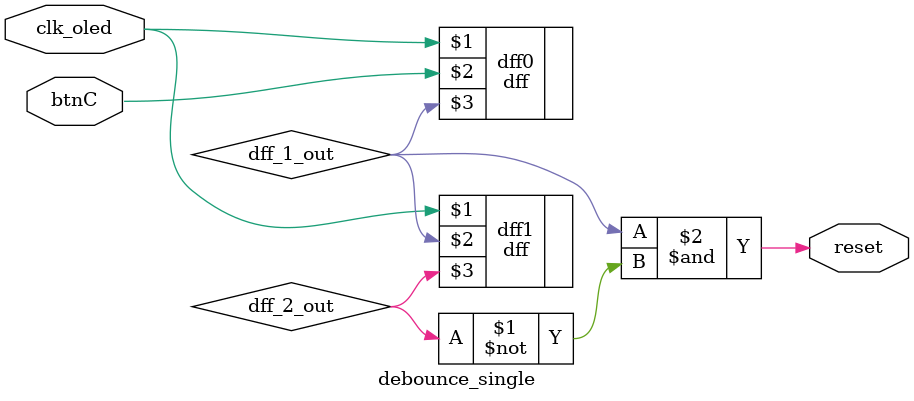
<source format=v>
`timescale 1ns / 1ps


module debounce_single(
    input btnC,
    input clk_oled,
    output reset
    );
    
    wire dff_1_out;
    wire dff_2_out;
    
    dff dff0 (clk_oled, btnC, dff_1_out);
    dff dff1 (clk_oled, dff_1_out, dff_2_out);
    
    assign reset = dff_1_out & ~dff_2_out;
endmodule
</source>
